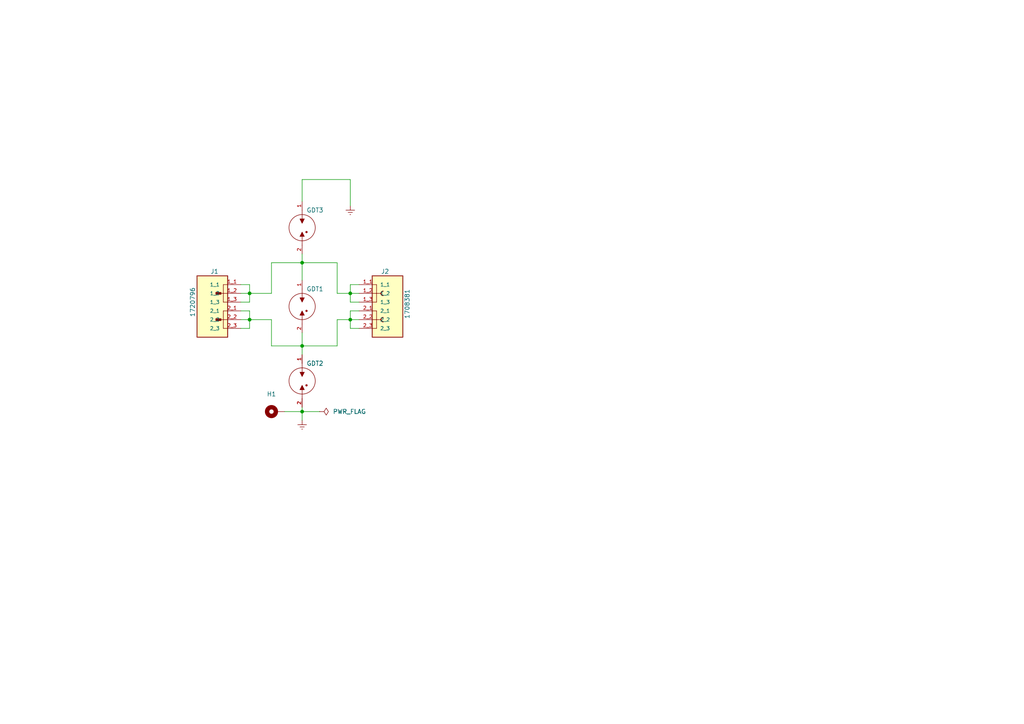
<source format=kicad_sch>
(kicad_sch (version 20211123) (generator eeschema)
  (paper "A4")
  (lib_symbols
    (symbol "1708381:1708381" (pin_names (offset 1.016))
      (property "Reference" "J" (at -5.08 8.382 0))
      (property "Value" "1708381" (at -5.08 -12.7 0))
      (symbol "1708381_0_0"
        (rectangle (start -5.08 -10.16) (end 3.81 7.62) (stroke (width 0.254)) (fill (type background)))
        (polyline (pts (xy 2.54 -5.08) (xy 1.27 -5.08)) (stroke (width 0.1524)))
        (polyline (pts (xy 2.54 -5.08) (xy 2.54 -7.62)) (stroke (width 0.1524)))
        (polyline (pts (xy 2.54 -2.54) (xy 2.54 -5.08)) (stroke (width 0.1524)))
        (polyline (pts (xy 2.54 2.54) (xy 1.27 2.54)) (stroke (width 0.1524)))
        (polyline (pts (xy 2.54 2.54) (xy 2.54 0)) (stroke (width 0.1524)))
        (polyline (pts (xy 2.54 5.08) (xy 2.54 2.54)) (stroke (width 0.1524)))
        (arc (start 0.635 -5.715) (mid 1.084 -5.529) (end 1.27 -5.08) (stroke (width 0.254)))
        (arc (start 0.635 1.905) (mid 1.084 2.091) (end 1.27 2.54) (stroke (width 0.254)))
        (arc (start 1.27 -5.08) (mid 1.084 -4.631) (end 0.635 -4.445) (stroke (width 0.254)))
        (arc (start 1.27 2.54) (mid 1.084 2.989) (end 0.635 3.175) (stroke (width 0.254)))
        (pin passive line (at 7.62 5.08 180) (length 5.08) (name "1_1") (number "1_1"))
        (pin passive line (at 7.62 2.54 180) (length 5.08) (name "1_2") (number "1_2"))
        (pin passive line (at 7.62 0 180) (length 5.08) (name "1_3") (number "1_3"))
        (pin passive line (at 7.62 -2.54 180) (length 5.08) (name "2_1") (number "2_1"))
        (pin passive line (at 7.62 -5.08 180) (length 5.08) (name "2_2") (number "2_2"))
        (pin passive line (at 7.62 -7.62 180) (length 5.08) (name "2_3") (number "2_3"))
      )
    )
    (symbol "1720796:1720796" (pin_names (offset 1.016))
      (property "Reference" "J" (at -2.54 8.382 0))
      (property "Value" "1720796" (at -2.54 -12.7 0))
      (symbol "1720796_0_0"
        (rectangle (start -3.81 -10.16) (end 5.08 7.62) (stroke (width 0.254)) (fill (type background)))
        (rectangle (start -1.905 -5.3975) (end -0.3175 -4.7625) (stroke (width 0.1)) (fill (type outline)))
        (rectangle (start -1.905 2.2225) (end -0.3175 2.8575) (stroke (width 0.1)) (fill (type outline)))
        (polyline (pts (xy -2.54 -5.08) (xy -2.54 -7.62)) (stroke (width 0.1524)))
        (polyline (pts (xy -2.54 -5.08) (xy -1.27 -5.08)) (stroke (width 0.1524)))
        (polyline (pts (xy -2.54 -2.54) (xy -2.54 -5.08)) (stroke (width 0.1524)))
        (polyline (pts (xy -2.54 2.54) (xy -2.54 0)) (stroke (width 0.1524)))
        (polyline (pts (xy -2.54 2.54) (xy -1.27 2.54)) (stroke (width 0.1524)))
        (polyline (pts (xy -2.54 5.08) (xy -2.54 2.54)) (stroke (width 0.1524)))
        (pin passive line (at -7.62 5.08 0) (length 5.08) (name "1_1") (number "1_1"))
        (pin passive line (at -7.62 2.54 0) (length 5.08) (name "1_2") (number "1_2"))
        (pin passive line (at -7.62 0 0) (length 5.08) (name "1_3") (number "1_3"))
        (pin passive line (at -7.62 -2.54 0) (length 5.08) (name "2_1") (number "2_1"))
        (pin passive line (at -7.62 -5.08 0) (length 5.08) (name "2_2") (number "2_2"))
        (pin passive line (at -7.62 -7.62 0) (length 5.08) (name "2_3") (number "2_3"))
      )
    )
    (symbol "B88069X4760T902:B88069X4760T902" (pin_names (offset 1.016))
      (property "Reference" "RV" (at 5.08 0 0))
      (property "Value" "B88069X4760T902" (at 5.08 -2.54 0))
      (symbol "B88069X4760T902_0_0"
        (polyline (pts (xy 0 -2.54) (xy 0 -5.08)) (stroke (width 0.1524)))
        (polyline (pts (xy 0 2.54) (xy 0 5.08)) (stroke (width 0.1524)))
        (polyline (pts (xy -0.635 -2.54) (xy 0.635 -2.54) (xy 0 -1.27) (xy -0.635 -2.54)) (stroke (width 0.1524)) (fill (type outline)))
        (polyline (pts (xy 0.635 2.54) (xy -0.635 2.54) (xy 0 1.27) (xy 0.635 2.54)) (stroke (width 0.1524)) (fill (type outline)))
        (circle (center 0 0) (radius 3.81) (stroke (width 0.1524)))
        (circle (center 1.27 -1.27) (radius 0.1588) (stroke (width 0.3175)))
        (pin passive line (at 0 7.62 270) (length 2.54) (name "~") (number "1"))
        (pin passive line (at 0 -7.62 90) (length 2.54) (name "~") (number "2"))
      )
    )
    (symbol "Mechanical:MountingHole_Pad" (pin_numbers hide) (pin_names (offset 1.016) hide)
      (property "Reference" "H" (at 0 6.35 0))
      (property "Value" "MountingHole_Pad" (at 0 4.445 0))
      (symbol "MountingHole_Pad_0_1"
        (circle (center 0 1.27) (radius 1.27) (stroke (width 1.27)))
      )
      (symbol "MountingHole_Pad_1_1"
        (pin input line (at 0 -2.54 90) (length 2.54) (name "1") (number "1"))
      )
    )
    (symbol "power:Earth" (power) (pin_names (offset 0))
      (symbol "Earth_0_1"
        (polyline (pts (xy -0.635 -1.905) (xy 0.635 -1.905)))
        (polyline (pts (xy -0.127 -2.54) (xy 0.127 -2.54)))
        (polyline (pts (xy 0 -1.27) (xy 0 0)))
        (polyline (pts (xy 1.27 -1.27) (xy -1.27 -1.27)))
      )
      (symbol "Earth_1_1"
        (pin power_in line (at 0 0 270) (length 0) hide (name "Earth") (number "1"))
      )
    )
    (symbol "power:PWR_FLAG" (power) (pin_numbers hide) (pin_names (offset 0) hide)
      (property "Value" "PWR_FLAG" (at 0 3.81 0))
      (symbol "PWR_FLAG_0_0"
        (pin power_out line (at 0 0 90) (length 0) (name "pwr") (number "1"))
      )
      (symbol "PWR_FLAG_0_1"
        (polyline (pts (xy 0 0) (xy 0 1.27) (xy -1.016 1.905) (xy 0 2.54) (xy 1.016 1.905) (xy 0 1.27)))
      )
    )
  )
  (junction (at 101.6 92.71))
  (junction (at 87.63 76.2))
  (junction (at 101.6 85.09))
  (junction (at 72.39 92.71))
  (junction (at 87.63 119.38))
  (junction (at 72.39 85.09))
  (junction (at 87.63 100.33))
  (wire (pts (xy 72.39 95.25) (xy 69.85 95.25)))
  (wire (pts (xy 104.14 90.17) (xy 101.6 90.17)))
  (wire (pts (xy 87.63 119.38) (xy 87.63 121.92)))
  (wire (pts (xy 69.85 85.09) (xy 72.39 85.09)))
  (wire (pts (xy 101.6 92.71) (xy 104.14 92.71)))
  (wire (pts (xy 87.63 73.66) (xy 87.63 76.2)))
  (wire (pts (xy 101.6 82.55) (xy 101.6 85.09)))
  (wire (pts (xy 97.79 100.33) (xy 97.79 92.71)))
  (wire (pts (xy 78.74 85.09) (xy 72.39 85.09)))
  (wire (pts (xy 72.39 92.71) (xy 72.39 95.25)))
  (wire (pts (xy 87.63 100.33) (xy 97.79 100.33)))
  (wire (pts (xy 72.39 90.17) (xy 72.39 92.71)))
  (wire (pts (xy 69.85 82.55) (xy 72.39 82.55)))
  (wire (pts (xy 72.39 87.63) (xy 69.85 87.63)))
  (wire (pts (xy 82.55 119.38) (xy 87.63 119.38)))
  (wire (pts (xy 78.74 76.2) (xy 78.74 85.09)))
  (wire (pts (xy 87.63 52.07) (xy 101.6 52.07)))
  (wire (pts (xy 101.6 85.09) (xy 97.79 85.09)))
  (wire (pts (xy 87.63 58.42) (xy 87.63 52.07)))
  (wire (pts (xy 78.74 100.33) (xy 87.63 100.33)))
  (wire (pts (xy 101.6 92.71) (xy 101.6 95.25)))
  (wire (pts (xy 87.63 100.33) (xy 87.63 102.87)))
  (wire (pts (xy 104.14 82.55) (xy 101.6 82.55)))
  (wire (pts (xy 87.63 100.33) (xy 87.63 96.52)))
  (wire (pts (xy 97.79 92.71) (xy 101.6 92.71)))
  (wire (pts (xy 69.85 90.17) (xy 72.39 90.17)))
  (wire (pts (xy 69.85 92.71) (xy 72.39 92.71)))
  (wire (pts (xy 101.6 85.09) (xy 104.14 85.09)))
  (wire (pts (xy 104.14 87.63) (xy 101.6 87.63)))
  (wire (pts (xy 87.63 118.11) (xy 87.63 119.38)))
  (wire (pts (xy 87.63 76.2) (xy 97.79 76.2)))
  (wire (pts (xy 78.74 92.71) (xy 78.74 100.33)))
  (wire (pts (xy 87.63 81.28) (xy 87.63 76.2)))
  (wire (pts (xy 72.39 85.09) (xy 72.39 87.63)))
  (wire (pts (xy 101.6 87.63) (xy 101.6 85.09)))
  (wire (pts (xy 87.63 119.38) (xy 92.71 119.38)))
  (wire (pts (xy 101.6 90.17) (xy 101.6 92.71)))
  (wire (pts (xy 97.79 85.09) (xy 97.79 76.2)))
  (wire (pts (xy 72.39 92.71) (xy 78.74 92.71)))
  (wire (pts (xy 101.6 95.25) (xy 104.14 95.25)))
  (wire (pts (xy 101.6 52.07) (xy 101.6 59.69)))
  (wire (pts (xy 78.74 76.2) (xy 87.63 76.2)))
  (wire (pts (xy 72.39 82.55) (xy 72.39 85.09)))
  (symbol (lib_id "1720796:1720796") (at 62.23 87.63 0) (mirror y) (unit 1)
    (property "Reference" "J1" (at 62.23 78.74 0))
    (property "Value" "1720796" (at 55.88 87.63 90))
    (property "Footprint" "1720796:PHOENIX_1720796" (effects hide))
    (property "Datasheet" "https://www.phoenixcontact.com/en-us/products/pcb-header-pc-5-2-gf-762-1720796?type=pdf" (effects hide))
    (property "MF" "Phoenix Contact" (effects hide))
    (property "MAXIMUM_PACKAGE_HEIGHT" "14.44mm" (effects hide))
    (property "Package" "None" (effects hide))
    (property "Price" "None" (effects hide))
    (property "Check_prices" "https://www.snapeda.com/parts/1720796/Phoenix+Contact/view-part/?ref=eda" (effects hide))
    (property "STANDARD" "Manufacturer Recommendations" (effects hide))
    (property "PARTREV" "18.07.2018" (effects hide))
    (property "SnapEDA_Link" "https://www.snapeda.com/parts/1720796/Phoenix+Contact/view-part/?ref=snap" (effects hide))
    (property "MP" "1720796" (effects hide))
    (property "Purchase-URL" "https://www.snapeda.com/api/url_track_click_mouser/?unipart_id=4081149&manufacturer=Phoenix Contact&part_name=1720796&search_term=1720796" (effects hide))
    (property "Description" "\nPluggable Header 7.62mm 8AWG 630V 41A 2 Position COMBICON PC Series | Phoenix Contact 1720796\n" (effects hide))
    (property "Availability" "In Stock" (effects hide))
    (property "MANUFACTURER" "Phoenix Contact" (effects hide))
  )
  (symbol (lib_id "B88069X4760T902:B88069X4760T902") (at 87.63 88.9 0) (unit 1)
    (property "Reference" "GDT1" (at 88.9 83.82 0) (effects (justify left)))
    (property "Value" "B88069X4760T902" (effects hide))
    (property "Footprint" "B88069X4760T902:MOV_B88069X4760T902" (effects hide))
    (property "Datasheet" "https://product.tdk.com/system/files/dam/doc/product/protection/voltage/arrester/data_sheet/100/ds/m51-c90xsmd-x4760t902.pdf" (effects hide))
    (property "MF" "EPCOS" (effects hide))
    (property "MAXIMUM_PACKAGE_HEIGHT" "5.63 mm" (effects hide))
    (property "Package" "Axial Cylinder EPCOS" (effects hide))
    (property "Price" "None" (effects hide))
    (property "Check_prices" "https://www.snapeda.com/parts/B88069X4760T902/EPCOS/view-part/?ref=eda" (effects hide))
    (property "STANDARD" "Manufacturer Recommendations" (effects hide))
    (property "PARTREV" "7/29/2022" (effects hide))
    (property "SnapEDA_Link" "https://www.snapeda.com/parts/B88069X4760T902/EPCOS/view-part/?ref=snap" (effects hide))
    (property "MP" "B88069X4760T902" (effects hide))
    (property "Purchase-URL" "https://www.snapeda.com/api/url_track_click_mouser/?unipart_id=1303940&manufacturer=EPCOS&part_name=B88069X4760T902&search_term=b88069x4760t902" (effects hide))
    (property "Description" "\nSurge Arrestor 2-Electrode Surge Arrestor 90VDC 10KA Thru-Hole\n" (effects hide))
    (property "Availability" "In Stock" (effects hide))
    (property "MANUFACTURER" "TDK" (effects hide))
  )
  (symbol (lib_id "power:Earth") (at 87.63 121.92 0) (unit 1)
    (property "Reference" "#PWR0101" (effects hide))
    (property "Value" "Earth" (effects hide))
  )
  (symbol (lib_id "power:Earth") (at 101.6 59.69 0) (unit 1)
    (property "Reference" "#PWR02" (effects hide))
    (property "Value" "Earth" (effects hide))
  )
  (symbol (lib_id "B88069X4760T902:B88069X4760T902") (at 87.63 110.49 0) (unit 1)
    (property "Reference" "GDT2" (at 88.9 105.41 0) (effects (justify left)))
    (property "Value" "B88069X4760T902" (effects hide))
    (property "Footprint" "B88069X4760T902:MOV_B88069X4760T902" (effects hide))
    (property "Datasheet" "https://product.tdk.com/system/files/dam/doc/product/protection/voltage/arrester/data_sheet/100/ds/m51-c90xsmd-x4760t902.pdf" (effects hide))
    (property "MF" "EPCOS" (effects hide))
    (property "MAXIMUM_PACKAGE_HEIGHT" "5.63 mm" (effects hide))
    (property "Package" "Axial Cylinder EPCOS" (effects hide))
    (property "Price" "None" (effects hide))
    (property "Check_prices" "https://www.snapeda.com/parts/B88069X4760T902/EPCOS/view-part/?ref=eda" (effects hide))
    (property "STANDARD" "Manufacturer Recommendations" (effects hide))
    (property "PARTREV" "7/29/2022" (effects hide))
    (property "SnapEDA_Link" "https://www.snapeda.com/parts/B88069X4760T902/EPCOS/view-part/?ref=snap" (effects hide))
    (property "MP" "B88069X4760T902" (effects hide))
    (property "Purchase-URL" "https://www.snapeda.com/api/url_track_click_mouser/?unipart_id=1303940&manufacturer=EPCOS&part_name=B88069X4760T902&search_term=b88069x4760t902" (effects hide))
    (property "Description" "\nSurge Arrestor 2-Electrode Surge Arrestor 90VDC 10KA Thru-Hole\n" (effects hide))
    (property "Availability" "In Stock" (effects hide))
    (property "MANUFACTURER" "TDK" (effects hide))
  )
  (symbol (lib_id "1708381:1708381") (at 111.76 87.63 0) (mirror y) (unit 1)
    (property "Reference" "J2" (at 110.49 78.74 0) (effects (justify right)))
    (property "Value" "1708381" (at 118.11 83.82 90) (effects (justify right)))
    (property "Footprint" "1708381:PHOENIX_1708381" (effects hide))
    (property "Datasheet" "https://www.phoenixcontact.com/en-us/products/pcb-header-ipc-5-2-g-762-1708381?type=pdf" (effects hide))
    (property "MF" "Phoenix Contact" (effects hide))
    (property "MAXIMUM_PACKAGE_HEIGHT" "12.95mm" (effects hide))
    (property "Package" "None" (effects hide))
    (property "Price" "None" (effects hide))
    (property "Check_prices" "https://www.snapeda.com/parts/1708381/Phoenix+Contact/view-part/?ref=eda" (effects hide))
    (property "STANDARD" "Manufacturer Recommendations" (effects hide))
    (property "PARTREV" "15.06.2015" (effects hide))
    (property "SnapEDA_Link" "https://www.snapeda.com/parts/1708381/Phoenix+Contact/view-part/?ref=snap" (effects hide))
    (property "MP" "1708381" (effects hide))
    (property "Purchase-URL" "https://www.snapeda.com/api/url_track_click_mouser/?unipart_id=6688011&manufacturer=Phoenix Contact&part_name=1708381&search_term=1708381" (effects hide))
    (property "Description" "\nPluggable Header 7.62mm 8AWG 630V 41A 2 Position Combicon Power Series | Phoenix Contact 1708381\n" (effects hide))
    (property "Availability" "In Stock" (effects hide))
    (property "MANUFACTURER" "Phoenix Contact" (effects hide))
  )
  (symbol (lib_id "power:PWR_FLAG") (at 92.71 119.38 270) (unit 1)
    (property "Reference" "#FLG0101" (effects hide))
    (property "Value" "PWR_FLAG" (at 96.52 119.3799 90) (effects (justify left)))
  )
  (symbol (lib_id "B88069X4760T902:B88069X4760T902") (at 87.63 66.04 0) (unit 1)
    (property "Reference" "GDT3" (at 88.9 60.96 0) (effects (justify left)))
    (property "Value" "B88069X4760T902" (effects hide))
    (property "Footprint" "B88069X4760T902:MOV_B88069X4760T902" (effects hide))
    (property "Datasheet" "https://product.tdk.com/system/files/dam/doc/product/protection/voltage/arrester/data_sheet/100/ds/m51-c90xsmd-x4760t902.pdf" (effects hide))
    (property "MF" "EPCOS" (effects hide))
    (property "MAXIMUM_PACKAGE_HEIGHT" "5.63 mm" (effects hide))
    (property "Package" "Axial Cylinder EPCOS" (effects hide))
    (property "Price" "None" (effects hide))
    (property "Check_prices" "https://www.snapeda.com/parts/B88069X4760T902/EPCOS/view-part/?ref=eda" (effects hide))
    (property "STANDARD" "Manufacturer Recommendations" (effects hide))
    (property "PARTREV" "7/29/2022" (effects hide))
    (property "SnapEDA_Link" "https://www.snapeda.com/parts/B88069X4760T902/EPCOS/view-part/?ref=snap" (effects hide))
    (property "MP" "B88069X4760T902" (effects hide))
    (property "Purchase-URL" "https://www.snapeda.com/api/url_track_click_mouser/?unipart_id=1303940&manufacturer=EPCOS&part_name=B88069X4760T902&search_term=b88069x4760t902" (effects hide))
    (property "Description" "\nSurge Arrestor 2-Electrode Surge Arrestor 90VDC 10KA Thru-Hole\n" (effects hide))
    (property "Availability" "In Stock" (effects hide))
    (property "MANUFACTURER" "TDK" (effects hide))
  )
  (symbol (lib_id "Mechanical:MountingHole_Pad") (at 80.01 119.38 90) (unit 1)
    (property "Reference" "H1" (at 78.74 114.3 90))
    (property "Value" "MountingHole_Pad" (effects hide))
    (property "Footprint" "MountingHole:MountingHole_3.2mm_M3_DIN965_Pad" (effects hide))
  )
)
</source>
